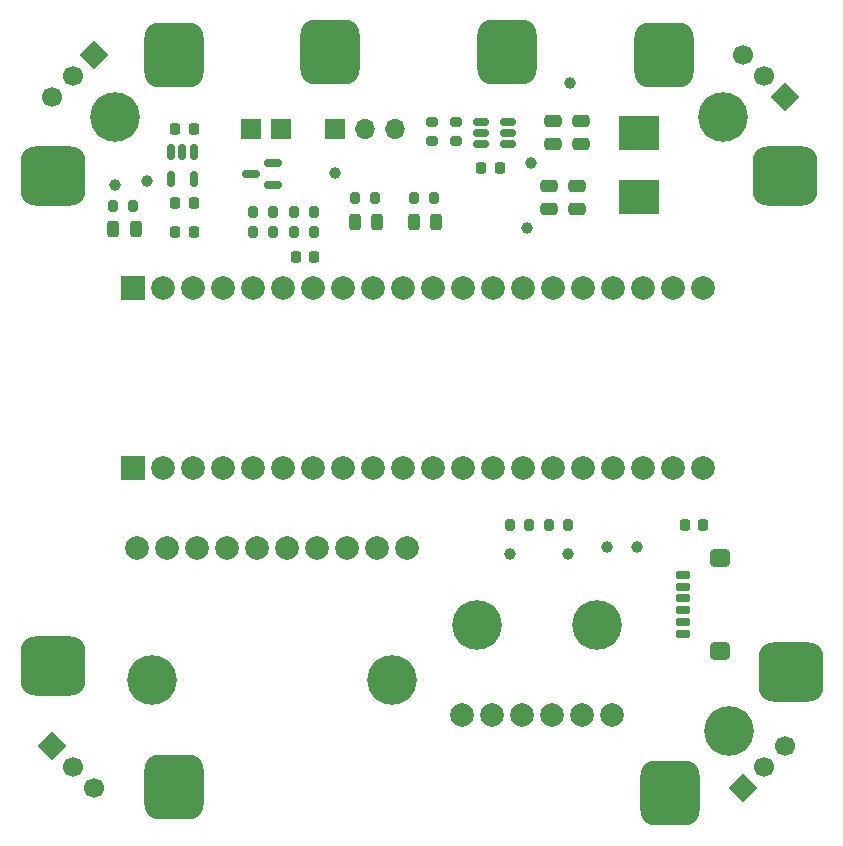
<source format=gts>
G04 #@! TF.GenerationSoftware,KiCad,Pcbnew,8.0.7*
G04 #@! TF.CreationDate,2025-04-19T00:44:47-07:00*
G04 #@! TF.ProjectId,Hardware,48617264-7761-4726-952e-6b696361645f,rev?*
G04 #@! TF.SameCoordinates,Original*
G04 #@! TF.FileFunction,Soldermask,Top*
G04 #@! TF.FilePolarity,Negative*
%FSLAX46Y46*%
G04 Gerber Fmt 4.6, Leading zero omitted, Abs format (unit mm)*
G04 Created by KiCad (PCBNEW 8.0.7) date 2025-04-19 00:44:47*
%MOMM*%
%LPD*%
G01*
G04 APERTURE LIST*
G04 Aperture macros list*
%AMRoundRect*
0 Rectangle with rounded corners*
0 $1 Rounding radius*
0 $2 $3 $4 $5 $6 $7 $8 $9 X,Y pos of 4 corners*
0 Add a 4 corners polygon primitive as box body*
4,1,4,$2,$3,$4,$5,$6,$7,$8,$9,$2,$3,0*
0 Add four circle primitives for the rounded corners*
1,1,$1+$1,$2,$3*
1,1,$1+$1,$4,$5*
1,1,$1+$1,$6,$7*
1,1,$1+$1,$8,$9*
0 Add four rect primitives between the rounded corners*
20,1,$1+$1,$2,$3,$4,$5,0*
20,1,$1+$1,$4,$5,$6,$7,0*
20,1,$1+$1,$6,$7,$8,$9,0*
20,1,$1+$1,$8,$9,$2,$3,0*%
%AMHorizOval*
0 Thick line with rounded ends*
0 $1 width*
0 $2 $3 position (X,Y) of the first rounded end (center of the circle)*
0 $4 $5 position (X,Y) of the second rounded end (center of the circle)*
0 Add line between two ends*
20,1,$1,$2,$3,$4,$5,0*
0 Add two circle primitives to create the rounded ends*
1,1,$1,$2,$3*
1,1,$1,$4,$5*%
%AMRotRect*
0 Rectangle, with rotation*
0 The origin of the aperture is its center*
0 $1 length*
0 $2 width*
0 $3 Rotation angle, in degrees counterclockwise*
0 Add horizontal line*
21,1,$1,$2,0,0,$3*%
G04 Aperture macros list end*
%ADD10C,4.200000*%
%ADD11C,2.000000*%
%ADD12R,2.000000X2.000000*%
%ADD13C,1.000000*%
%ADD14RoundRect,0.225000X-0.225000X-0.250000X0.225000X-0.250000X0.225000X0.250000X-0.225000X0.250000X0*%
%ADD15RoundRect,0.200000X0.200000X0.275000X-0.200000X0.275000X-0.200000X-0.275000X0.200000X-0.275000X0*%
%ADD16RoundRect,0.200000X0.275000X-0.200000X0.275000X0.200000X-0.275000X0.200000X-0.275000X-0.200000X0*%
%ADD17RoundRect,0.200000X-0.200000X-0.275000X0.200000X-0.275000X0.200000X0.275000X-0.200000X0.275000X0*%
%ADD18RotRect,1.700000X1.700000X135.000000*%
%ADD19HorizOval,1.700000X0.000000X0.000000X0.000000X0.000000X0*%
%ADD20RoundRect,1.250000X-1.250000X-1.500000X1.250000X-1.500000X1.250000X1.500000X-1.250000X1.500000X0*%
%ADD21RoundRect,1.250000X1.250000X1.500000X-1.250000X1.500000X-1.250000X-1.500000X1.250000X-1.500000X0*%
%ADD22RoundRect,0.150000X0.512500X0.150000X-0.512500X0.150000X-0.512500X-0.150000X0.512500X-0.150000X0*%
%ADD23RoundRect,0.250000X-0.475000X0.250000X-0.475000X-0.250000X0.475000X-0.250000X0.475000X0.250000X0*%
%ADD24RotRect,1.700000X1.700000X315.000000*%
%ADD25HorizOval,1.700000X0.000000X0.000000X0.000000X0.000000X0*%
%ADD26R,1.700000X1.700000*%
%ADD27O,1.700000X1.700000*%
%ADD28RoundRect,0.243750X0.243750X0.456250X-0.243750X0.456250X-0.243750X-0.456250X0.243750X-0.456250X0*%
%ADD29RoundRect,0.250000X0.475000X-0.250000X0.475000X0.250000X-0.475000X0.250000X-0.475000X-0.250000X0*%
%ADD30RoundRect,0.225000X0.225000X0.250000X-0.225000X0.250000X-0.225000X-0.250000X0.225000X-0.250000X0*%
%ADD31RotRect,1.700000X1.700000X225.000000*%
%ADD32HorizOval,1.700000X0.000000X0.000000X0.000000X0.000000X0*%
%ADD33RoundRect,0.150000X0.587500X0.150000X-0.587500X0.150000X-0.587500X-0.150000X0.587500X-0.150000X0*%
%ADD34RoundRect,0.150000X0.475000X-0.150000X0.475000X0.150000X-0.475000X0.150000X-0.475000X-0.150000X0*%
%ADD35RoundRect,0.375000X0.475000X-0.375000X0.475000X0.375000X-0.475000X0.375000X-0.475000X-0.375000X0*%
%ADD36R,3.500000X2.950000*%
%ADD37RoundRect,1.250000X-1.500000X1.250000X-1.500000X-1.250000X1.500000X-1.250000X1.500000X1.250000X0*%
%ADD38RotRect,1.700000X1.700000X45.000000*%
%ADD39HorizOval,1.700000X0.000000X0.000000X0.000000X0.000000X0*%
%ADD40RoundRect,0.200000X-0.275000X0.200000X-0.275000X-0.200000X0.275000X-0.200000X0.275000X0.200000X0*%
%ADD41RoundRect,1.250000X1.500000X-1.250000X1.500000X1.250000X-1.500000X1.250000X-1.500000X-1.250000X0*%
%ADD42RoundRect,0.150000X-0.150000X0.512500X-0.150000X-0.512500X0.150000X-0.512500X0.150000X0.512500X0*%
G04 APERTURE END LIST*
D10*
X170910000Y-90250000D03*
X181070000Y-90250000D03*
D11*
X169640000Y-97870000D03*
X172180000Y-97870000D03*
X174720000Y-97870000D03*
X177260000Y-97870000D03*
X179800000Y-97870000D03*
X182340000Y-97870000D03*
X190110000Y-61750000D03*
X187570000Y-61750000D03*
X185030000Y-61750000D03*
X182490000Y-61750000D03*
X179950000Y-61750000D03*
X177410000Y-61750000D03*
X174870000Y-61750000D03*
X172330000Y-61750000D03*
X169790000Y-61750000D03*
X167250000Y-61750000D03*
X164710000Y-61750000D03*
X162170000Y-61750000D03*
X159630000Y-61750000D03*
X157090000Y-61750000D03*
X154550000Y-61750000D03*
X152010000Y-61750000D03*
X149470000Y-61750000D03*
X146930000Y-61750000D03*
X144390000Y-61750000D03*
D12*
X141850000Y-61750000D03*
D11*
X190110000Y-76990000D03*
X187570000Y-76990000D03*
X185030000Y-76990000D03*
X182490000Y-76990000D03*
X179950000Y-76990000D03*
X177410000Y-76990000D03*
X174870000Y-76990000D03*
X172330000Y-76990000D03*
X169790000Y-76990000D03*
X167250000Y-76990000D03*
X164710000Y-76990000D03*
X162170000Y-76990000D03*
X159630000Y-76990000D03*
X157090000Y-76990000D03*
X154550000Y-76990000D03*
X152010000Y-76990000D03*
X149470000Y-76990000D03*
X146930000Y-76990000D03*
X144390000Y-76990000D03*
D12*
X141850000Y-76990000D03*
D10*
X140250000Y-47250000D03*
X191750000Y-47250000D03*
X192250000Y-99250000D03*
X163720000Y-94902500D03*
X143400000Y-94902500D03*
D11*
X164990000Y-83702500D03*
X162450000Y-83702500D03*
X159910000Y-83702500D03*
X157370000Y-83702500D03*
X154830000Y-83702500D03*
X152290000Y-83702500D03*
X149750000Y-83702500D03*
X147210000Y-83702500D03*
X144670000Y-83702500D03*
X142130000Y-83702500D03*
D13*
X175200000Y-56600000D03*
D14*
X188550000Y-81750000D03*
X190100000Y-81750000D03*
D13*
X178800000Y-44350000D03*
D15*
X175350000Y-81750000D03*
X173700000Y-81750000D03*
D16*
X169140000Y-49300000D03*
X169140000Y-47650000D03*
D17*
X152000000Y-55300000D03*
X153650000Y-55300000D03*
D18*
X193453949Y-104046051D03*
D19*
X195250000Y-102250000D03*
X197046051Y-100453949D03*
D13*
X175475000Y-51150000D03*
D15*
X157100000Y-57000000D03*
X155450000Y-57000000D03*
D20*
X158500000Y-41750000D03*
D21*
X173500000Y-41750000D03*
D22*
X173575000Y-49550000D03*
X173575000Y-48600000D03*
X173575000Y-47650000D03*
X171300000Y-47650000D03*
X171300000Y-48600000D03*
X171300000Y-49550000D03*
D23*
X177400000Y-47600000D03*
X177400000Y-49500000D03*
D24*
X138535445Y-41964555D03*
D25*
X136739394Y-43760606D03*
X134943343Y-45556657D03*
D23*
X179775000Y-47600000D03*
X179775000Y-49500000D03*
D15*
X167275000Y-54107500D03*
X165625000Y-54107500D03*
D26*
X158925000Y-48250000D03*
D27*
X161465000Y-48250000D03*
X164005000Y-48250000D03*
D13*
X181950000Y-83650000D03*
D28*
X162500000Y-56142500D03*
X160625000Y-56142500D03*
X167500000Y-56142500D03*
X165625000Y-56142500D03*
D29*
X179375000Y-55000000D03*
X179375000Y-53100000D03*
D30*
X146950000Y-48237500D03*
X145400000Y-48237500D03*
X157125000Y-59100000D03*
X155575000Y-59100000D03*
D13*
X158915000Y-51975000D03*
D31*
X197035445Y-45535445D03*
D32*
X195239394Y-43739394D03*
X193443343Y-41943343D03*
D13*
X178675000Y-84200000D03*
D26*
X154315000Y-48275000D03*
X151775000Y-48275000D03*
D29*
X177000000Y-55000000D03*
X177000000Y-53100000D03*
D17*
X177025000Y-81750000D03*
X178675000Y-81750000D03*
D33*
X153650000Y-53000000D03*
X153650000Y-51100000D03*
X151775000Y-52050000D03*
D15*
X162275000Y-54107500D03*
X160625000Y-54107500D03*
D13*
X173700000Y-84200000D03*
D34*
X188410000Y-91000000D03*
X188410000Y-90000000D03*
X188410000Y-89000000D03*
X188410000Y-88000000D03*
X188410000Y-87000000D03*
X188410000Y-86000000D03*
D35*
X191535000Y-92450000D03*
X191535000Y-84550000D03*
D36*
X184660000Y-48575000D03*
X184660000Y-54025000D03*
D13*
X143000000Y-52650000D03*
D21*
X145250000Y-42000000D03*
D37*
X135000000Y-52250000D03*
D17*
X152000000Y-57000000D03*
X153650000Y-57000000D03*
D13*
X184500000Y-83675000D03*
D15*
X141800000Y-54750000D03*
X140150000Y-54750000D03*
D30*
X172850000Y-51550000D03*
X171300000Y-51550000D03*
D14*
X145400000Y-57000000D03*
X146950000Y-57000000D03*
D38*
X134953949Y-100453949D03*
D39*
X136750000Y-102250000D03*
X138546051Y-104046051D03*
D37*
X135000000Y-93750000D03*
D20*
X145250000Y-104000000D03*
D40*
X167140000Y-47650000D03*
X167140000Y-49300000D03*
D17*
X155450000Y-55300000D03*
X157100000Y-55300000D03*
D41*
X197000000Y-52250000D03*
D21*
X186750000Y-42000000D03*
D30*
X146950000Y-54537500D03*
X145400000Y-54537500D03*
D20*
X187250000Y-104500000D03*
D41*
X197500000Y-94250000D03*
D13*
X140325000Y-52975000D03*
D42*
X146950000Y-50225000D03*
X146000000Y-50225000D03*
X145050000Y-50225000D03*
X145050000Y-52500000D03*
X146950000Y-52500000D03*
D28*
X142025000Y-56750000D03*
X140150000Y-56750000D03*
M02*

</source>
